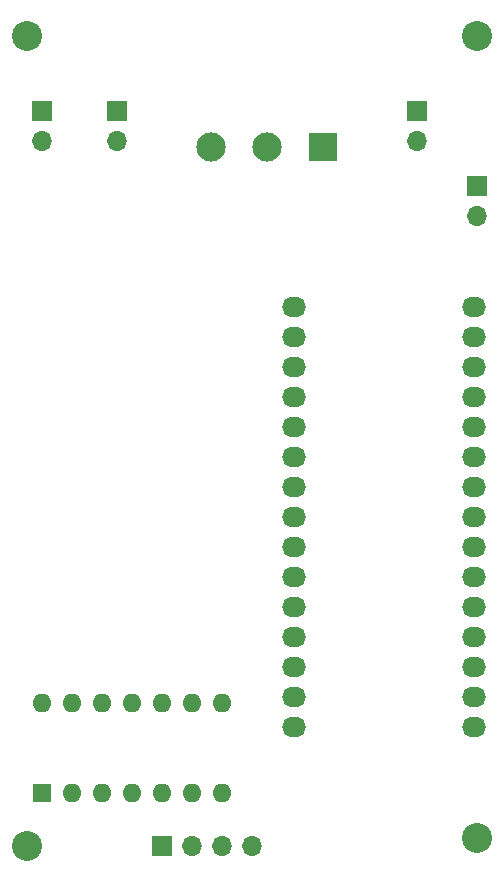
<source format=gbr>
%TF.GenerationSoftware,KiCad,Pcbnew,(6.0.1)*%
%TF.CreationDate,2022-06-07T11:34:35+01:00*%
%TF.ProjectId,psp-bluetooth,7073702d-626c-4756-9574-6f6f74682e6b,rev?*%
%TF.SameCoordinates,Original*%
%TF.FileFunction,Soldermask,Top*%
%TF.FilePolarity,Negative*%
%FSLAX46Y46*%
G04 Gerber Fmt 4.6, Leading zero omitted, Abs format (unit mm)*
G04 Created by KiCad (PCBNEW (6.0.1)) date 2022-06-07 11:34:35*
%MOMM*%
%LPD*%
G01*
G04 APERTURE LIST*
%ADD10O,2.032000X1.727200*%
%ADD11C,2.540000*%
%ADD12R,2.475000X2.475000*%
%ADD13C,2.475000*%
%ADD14R,1.600000X1.600000*%
%ADD15O,1.600000X1.600000*%
%ADD16R,1.700000X1.700000*%
%ADD17O,1.700000X1.700000*%
G04 APERTURE END LIST*
D10*
%TO.C,P1*%
X139446000Y-71247000D03*
X139446000Y-73787000D03*
X139446000Y-76327000D03*
X139446000Y-78867000D03*
X139446000Y-81407000D03*
X139446000Y-83947000D03*
X139446000Y-86487000D03*
X139446000Y-89027000D03*
X139446000Y-91567000D03*
X139446000Y-94107000D03*
X139446000Y-96647000D03*
X139446000Y-99187000D03*
X139446000Y-101727000D03*
X139446000Y-104267000D03*
X139446000Y-106807000D03*
%TD*%
%TO.C,P2*%
X154686000Y-71247000D03*
X154686000Y-73787000D03*
X154686000Y-76327000D03*
X154686000Y-78867000D03*
X154686000Y-81407000D03*
X154686000Y-83947000D03*
X154686000Y-86487000D03*
X154686000Y-89027000D03*
X154686000Y-91567000D03*
X154686000Y-94107000D03*
X154686000Y-96647000D03*
X154686000Y-99187000D03*
X154686000Y-101727000D03*
X154686000Y-104267000D03*
X154686000Y-106807000D03*
%TD*%
D11*
%TO.C,P3*%
X116840000Y-48260000D03*
%TD*%
%TO.C,P4*%
X116840000Y-116840000D03*
%TD*%
%TO.C,P5*%
X154940000Y-116205000D03*
%TD*%
%TO.C,P6*%
X154940000Y-48260000D03*
%TD*%
D12*
%TO.C,S1*%
X141910000Y-57672500D03*
D13*
X137160000Y-57672500D03*
X132410000Y-57672500D03*
%TD*%
D14*
%TO.C,U1*%
X118105000Y-112385000D03*
D15*
X120645000Y-112385000D03*
X123185000Y-112385000D03*
X125725000Y-112385000D03*
X128265000Y-112385000D03*
X130805000Y-112385000D03*
X133345000Y-112385000D03*
X133345000Y-104765000D03*
X130805000Y-104765000D03*
X128265000Y-104765000D03*
X125725000Y-104765000D03*
X123185000Y-104765000D03*
X120645000Y-104765000D03*
X118105000Y-104765000D03*
%TD*%
D16*
%TO.C,J7*%
X118110000Y-54610000D03*
D17*
X118110000Y-57150000D03*
%TD*%
D16*
%TO.C,J4*%
X128280000Y-116840000D03*
D17*
X130820000Y-116840000D03*
X133360000Y-116840000D03*
X135900000Y-116840000D03*
%TD*%
D16*
%TO.C,J5*%
X149860000Y-54605000D03*
D17*
X149860000Y-57145000D03*
%TD*%
D16*
%TO.C,J8*%
X154940000Y-60955000D03*
D17*
X154940000Y-63495000D03*
%TD*%
D16*
%TO.C,J6*%
X124460000Y-54605000D03*
D17*
X124460000Y-57145000D03*
%TD*%
M02*

</source>
